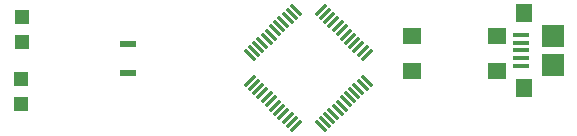
<source format=gtp>
G04*
G04 #@! TF.GenerationSoftware,Altium Limited,Altium Designer,22.7.1 (60)*
G04*
G04 Layer_Color=255*
%FSLAX25Y25*%
%MOIN*%
G70*
G04*
G04 #@! TF.SameCoordinates,143699A1-5C46-47B9-B1A9-45083201A81C*
G04*
G04*
G04 #@! TF.FilePolarity,Positive*
G04*
G01*
G75*
%ADD14R,0.05315X0.01575*%
G04:AMPARAMS|DCode=15|XSize=11.81mil|YSize=47.24mil|CornerRadius=0mil|HoleSize=0mil|Usage=FLASHONLY|Rotation=135.000|XOffset=0mil|YOffset=0mil|HoleType=Round|Shape=Rectangle|*
%AMROTATEDRECTD15*
4,1,4,0.02088,0.01253,-0.01253,-0.02088,-0.02088,-0.01253,0.01253,0.02088,0.02088,0.01253,0.0*
%
%ADD15ROTATEDRECTD15*%

%ADD16R,0.05512X0.02362*%
G04:AMPARAMS|DCode=17|XSize=11.81mil|YSize=47.24mil|CornerRadius=0mil|HoleSize=0mil|Usage=FLASHONLY|Rotation=45.000|XOffset=0mil|YOffset=0mil|HoleType=Round|Shape=Rectangle|*
%AMROTATEDRECTD17*
4,1,4,0.01253,-0.02088,-0.02088,0.01253,-0.01253,0.02088,0.02088,-0.01253,0.01253,-0.02088,0.0*
%
%ADD17ROTATEDRECTD17*%

%ADD18R,0.06299X0.05512*%
%ADD19R,0.04724X0.04724*%
%ADD20R,0.05512X0.06299*%
%ADD21R,0.07480X0.07480*%
D14*
X193898Y49213D02*
D03*
Y46654D02*
D03*
Y51772D02*
D03*
Y54331D02*
D03*
Y44094D02*
D03*
D15*
X132756Y57244D02*
D03*
X107702Y34973D02*
D03*
X106309Y36364D02*
D03*
X110485Y32189D02*
D03*
X109093Y33581D02*
D03*
X129973Y60027D02*
D03*
X104918Y37756D02*
D03*
X138324Y51676D02*
D03*
X139716Y50284D02*
D03*
X141108Y48892D02*
D03*
X142500Y47500D02*
D03*
X131365Y58635D02*
D03*
X134148Y55852D02*
D03*
X135540Y54460D02*
D03*
X136932Y53068D02*
D03*
X118837Y23837D02*
D03*
X117445Y25229D02*
D03*
X116053Y26621D02*
D03*
X111877Y30797D02*
D03*
X128581Y61419D02*
D03*
X113269Y29405D02*
D03*
X127189Y62811D02*
D03*
X103526Y39148D02*
D03*
X114661Y28013D02*
D03*
D16*
X62992Y41732D02*
D03*
Y51181D02*
D03*
D17*
X118837Y62811D02*
D03*
X139716Y36364D02*
D03*
X138324Y34973D02*
D03*
X106309Y50284D02*
D03*
X107702Y51676D02*
D03*
X110485Y54460D02*
D03*
X111877Y55852D02*
D03*
X113269Y57244D02*
D03*
X114661Y58635D02*
D03*
X116053Y60027D02*
D03*
X135540Y32189D02*
D03*
X134148Y30797D02*
D03*
X117445Y61419D02*
D03*
X132756Y29405D02*
D03*
X131365Y28013D02*
D03*
X129973Y26621D02*
D03*
X128581Y25229D02*
D03*
X127189Y23837D02*
D03*
X136932Y33581D02*
D03*
X109093Y53068D02*
D03*
X104918Y48892D02*
D03*
X141108Y37756D02*
D03*
X142500Y39148D02*
D03*
X103526Y47500D02*
D03*
D18*
X186024Y54134D02*
D03*
X157677D02*
D03*
X186024Y42323D02*
D03*
X157677D02*
D03*
D19*
X27165Y31299D02*
D03*
X27559Y52165D02*
D03*
Y60433D02*
D03*
X27165Y39567D02*
D03*
D20*
X194783Y61811D02*
D03*
Y36614D02*
D03*
D21*
X204429Y53937D02*
D03*
Y44488D02*
D03*
M02*

</source>
